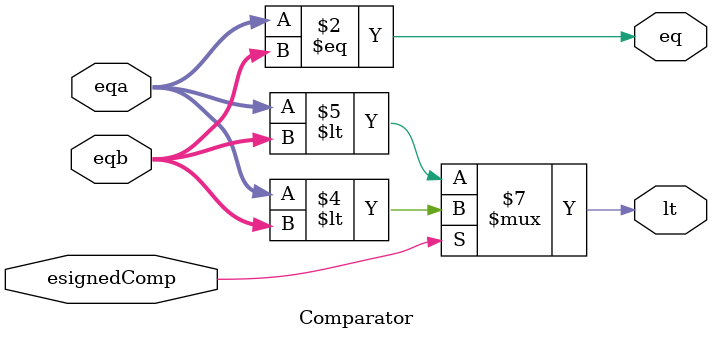
<source format=v>
/**
    This module implements a comparator for our pipelined RV64 CPU. It
        handles both signed and unsigned comparison operations, and outputs
        whether the first operand is less than or equal to the second operand.
    @author BlackIsDevin (https://github.com/BlackIsDevin)

    @param {64} eqa: 64-bit input of first operand to be compared
    @param {64} eqb: 64-bit input of second operand to be compared
    @param {1} esignedComp: 1-bit input indicating whether the comparison is signed
        or unsigned

    @param {1} eq: 1-bit output indicating that the two operands are equal
    @param {1} lt: 1-bit output indicating that the first operand is less than
        the second operand
*/

module Comparator (
    input [63:0] eqa, eqb,
    input esignedComp,

    output reg eq, lt
);

    always @(*) begin
        // Equality comparison, sign-agnostic
        eq = (eqa == eqb);

        if (esignedComp == 1'b1)
            // Signed comparison
            lt = ($signed(eqa) < $signed(eqb));
        else
            // Unsigned comparison
            lt = (eqa < eqb);
    end
endmodule
</source>
